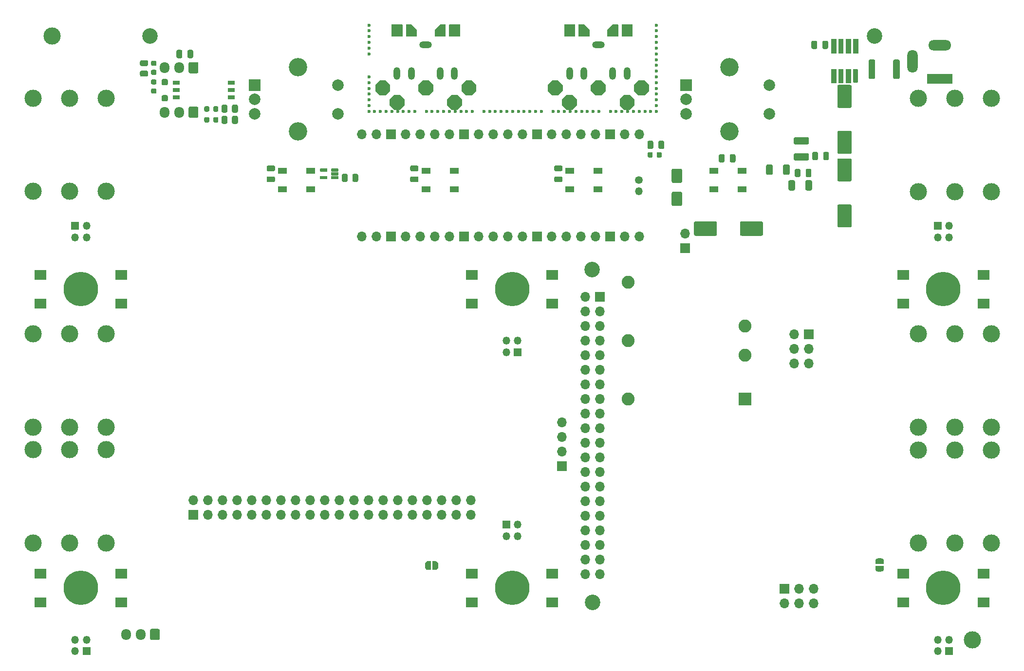
<source format=gts>
G04 #@! TF.GenerationSoftware,KiCad,Pcbnew,7.0.7-7.0.7~ubuntu23.04.1*
G04 #@! TF.CreationDate,2023-10-14T12:28:43+00:00*
G04 #@! TF.ProjectId,pedalboard-hw,70656461-6c62-46f6-9172-642d68772e6b,3.0.0-RC1*
G04 #@! TF.SameCoordinates,Original*
G04 #@! TF.FileFunction,Soldermask,Top*
G04 #@! TF.FilePolarity,Negative*
%FSLAX46Y46*%
G04 Gerber Fmt 4.6, Leading zero omitted, Abs format (unit mm)*
G04 Created by KiCad (PCBNEW 7.0.7-7.0.7~ubuntu23.04.1) date 2023-10-14 12:28:43*
%MOMM*%
%LPD*%
G01*
G04 APERTURE LIST*
%ADD10C,0.010000*%
%ADD11C,3.000000*%
%ADD12O,1.200000X2.200000*%
%ADD13O,2.200000X1.200000*%
%ADD14R,4.400000X1.800000*%
%ADD15O,4.000000X1.800000*%
%ADD16O,1.800000X4.000000*%
%ADD17C,6.000000*%
%ADD18R,1.350000X1.350000*%
%ADD19O,1.350000X1.350000*%
%ADD20R,1.500000X1.000000*%
%ADD21R,2.250000X2.250000*%
%ADD22C,2.250000*%
%ADD23C,2.700000*%
%ADD24R,1.700000X1.700000*%
%ADD25O,1.700000X1.700000*%
%ADD26C,0.600000*%
%ADD27R,2.000000X1.800000*%
%ADD28R,2.000000X2.000000*%
%ADD29C,2.000000*%
%ADD30C,3.200000*%
%ADD31R,1.300000X0.800000*%
%ADD32C,1.350000*%
%ADD33O,1.700000X1.950000*%
G04 APERTURE END LIST*
D10*
X161300000Y-25898370D02*
X160497320Y-25898370D01*
X160497320Y-23500000D01*
X161300000Y-23500000D01*
X161300000Y-25898370D01*
G36*
X161300000Y-25898370D02*
G01*
X160497320Y-25898370D01*
X160497320Y-23500000D01*
X161300000Y-23500000D01*
X161300000Y-25898370D01*
G37*
X161300000Y-31101440D02*
X160499130Y-31101440D01*
X160499130Y-28700000D01*
X161300000Y-28700000D01*
X161300000Y-31101440D01*
G36*
X161300000Y-31101440D02*
G01*
X160499130Y-31101440D01*
X160499130Y-28700000D01*
X161300000Y-28700000D01*
X161300000Y-31101440D01*
G37*
X162550000Y-25897440D02*
X161748080Y-25897440D01*
X161748080Y-23500000D01*
X162550000Y-23500000D01*
X162550000Y-25897440D01*
G36*
X162550000Y-25897440D02*
G01*
X161748080Y-25897440D01*
X161748080Y-23500000D01*
X162550000Y-23500000D01*
X162550000Y-25897440D01*
G37*
X162550000Y-31102790D02*
X161749230Y-31102790D01*
X161749230Y-28700000D01*
X162550000Y-28700000D01*
X162550000Y-31102790D01*
G36*
X162550000Y-31102790D02*
G01*
X161749230Y-31102790D01*
X161749230Y-28700000D01*
X162550000Y-28700000D01*
X162550000Y-31102790D01*
G37*
X163850000Y-25898000D02*
X163050357Y-25898000D01*
X163050357Y-23500000D01*
X163850000Y-23500000D01*
X163850000Y-25898000D01*
G36*
X163850000Y-25898000D02*
G01*
X163050357Y-25898000D01*
X163050357Y-23500000D01*
X163850000Y-23500000D01*
X163850000Y-25898000D01*
G37*
X163850000Y-31107460D02*
X163050490Y-31107460D01*
X163050490Y-28700000D01*
X163850000Y-28700000D01*
X163850000Y-31107460D01*
G36*
X163850000Y-31107460D02*
G01*
X163050490Y-31107460D01*
X163050490Y-28700000D01*
X163850000Y-28700000D01*
X163850000Y-31107460D01*
G37*
X165100000Y-25898280D02*
X164301840Y-25898280D01*
X164301840Y-23500000D01*
X165100000Y-23500000D01*
X165100000Y-25898280D01*
G36*
X165100000Y-25898280D02*
G01*
X164301840Y-25898280D01*
X164301840Y-23500000D01*
X165100000Y-23500000D01*
X165100000Y-25898280D01*
G37*
G36*
G01*
X140950000Y-44725000D02*
X140950000Y-43775000D01*
G75*
G02*
X141200000Y-43525000I250000J0D01*
G01*
X141700000Y-43525000D01*
G75*
G02*
X141950000Y-43775000I0J-250000D01*
G01*
X141950000Y-44725000D01*
G75*
G02*
X141700000Y-44975000I-250000J0D01*
G01*
X141200000Y-44975000D01*
G75*
G02*
X140950000Y-44725000I0J250000D01*
G01*
G37*
G36*
G01*
X142850000Y-44725000D02*
X142850000Y-43775000D01*
G75*
G02*
X143100000Y-43525000I250000J0D01*
G01*
X143600000Y-43525000D01*
G75*
G02*
X143850000Y-43775000I0J-250000D01*
G01*
X143850000Y-44725000D01*
G75*
G02*
X143600000Y-44975000I-250000J0D01*
G01*
X143100000Y-44975000D01*
G75*
G02*
X142850000Y-44725000I0J250000D01*
G01*
G37*
D11*
X25000000Y-23000000D03*
D12*
X125000000Y-29500000D03*
X122500000Y-29500000D03*
D13*
X120000000Y-24500000D03*
D12*
X115000000Y-29500000D03*
X117500000Y-29500000D03*
D11*
X28050000Y-50000000D03*
X28050000Y-33770000D03*
X21700000Y-50000000D03*
X21700000Y-33770000D03*
X34400000Y-50000000D03*
X34400000Y-33770000D03*
X28050000Y-111200000D03*
X28050000Y-94970000D03*
X21700000Y-111200000D03*
X21700000Y-94970000D03*
X34400000Y-111200000D03*
X34400000Y-94970000D03*
G36*
G01*
X157200000Y-44325000D02*
X157200000Y-43375000D01*
G75*
G02*
X157450000Y-43125000I250000J0D01*
G01*
X157950000Y-43125000D01*
G75*
G02*
X158200000Y-43375000I0J-250000D01*
G01*
X158200000Y-44325000D01*
G75*
G02*
X157950000Y-44575000I-250000J0D01*
G01*
X157450000Y-44575000D01*
G75*
G02*
X157200000Y-44325000I0J250000D01*
G01*
G37*
G36*
G01*
X159100000Y-44325000D02*
X159100000Y-43375000D01*
G75*
G02*
X159350000Y-43125000I250000J0D01*
G01*
X159850000Y-43125000D01*
G75*
G02*
X160100000Y-43375000I0J-250000D01*
G01*
X160100000Y-44325000D01*
G75*
G02*
X159850000Y-44575000I-250000J0D01*
G01*
X159350000Y-44575000D01*
G75*
G02*
X159100000Y-44325000I0J250000D01*
G01*
G37*
D14*
X179400000Y-30400000D03*
D15*
X179400000Y-24600000D03*
D16*
X174600000Y-27400000D03*
D17*
X30000000Y-119000000D03*
D18*
X29000000Y-56000000D03*
D19*
X31000000Y-56000000D03*
X29000000Y-58000000D03*
X31000000Y-58000000D03*
G36*
G01*
X128575000Y-43906250D02*
X128575000Y-43393750D01*
G75*
G02*
X128793750Y-43175000I218750J0D01*
G01*
X129231250Y-43175000D01*
G75*
G02*
X129450000Y-43393750I0J-218750D01*
G01*
X129450000Y-43906250D01*
G75*
G02*
X129231250Y-44125000I-218750J0D01*
G01*
X128793750Y-44125000D01*
G75*
G02*
X128575000Y-43906250I0J218750D01*
G01*
G37*
G36*
G01*
X130150000Y-43906250D02*
X130150000Y-43393750D01*
G75*
G02*
X130368750Y-43175000I218750J0D01*
G01*
X130806250Y-43175000D01*
G75*
G02*
X131025000Y-43393750I0J-218750D01*
G01*
X131025000Y-43906250D01*
G75*
G02*
X130806250Y-44125000I-218750J0D01*
G01*
X130368750Y-44125000D01*
G75*
G02*
X130150000Y-43906250I0J218750D01*
G01*
G37*
G36*
X90850000Y-115850000D02*
G01*
X90350000Y-115850000D01*
X90350000Y-115844911D01*
X90278843Y-115844911D01*
X90142292Y-115804816D01*
X90022570Y-115727875D01*
X89929373Y-115620320D01*
X89870254Y-115490866D01*
X89850000Y-115350000D01*
X89850000Y-114850000D01*
X89870254Y-114709134D01*
X89929373Y-114579680D01*
X90022570Y-114472125D01*
X90142292Y-114395184D01*
X90278843Y-114355089D01*
X90350000Y-114355089D01*
X90350000Y-114350000D01*
X90850000Y-114350000D01*
X90850000Y-115850000D01*
G37*
G36*
X91650000Y-114355089D02*
G01*
X91721157Y-114355089D01*
X91857708Y-114395184D01*
X91977430Y-114472125D01*
X92070627Y-114579680D01*
X92129746Y-114709134D01*
X92150000Y-114850000D01*
X92150000Y-115350000D01*
X92129746Y-115490866D01*
X92070627Y-115620320D01*
X91977430Y-115727875D01*
X91857708Y-115804816D01*
X91721157Y-115844911D01*
X91650000Y-115844911D01*
X91650000Y-115850000D01*
X91150000Y-115850000D01*
X91150000Y-114350000D01*
X91650000Y-114350000D01*
X91650000Y-114355089D01*
G37*
G36*
G01*
X159950000Y-24025000D02*
X159950000Y-24975000D01*
G75*
G02*
X159700000Y-25225000I-250000J0D01*
G01*
X159200000Y-25225000D01*
G75*
G02*
X158950000Y-24975000I0J250000D01*
G01*
X158950000Y-24025000D01*
G75*
G02*
X159200000Y-23775000I250000J0D01*
G01*
X159700000Y-23775000D01*
G75*
G02*
X159950000Y-24025000I0J-250000D01*
G01*
G37*
G36*
G01*
X158050000Y-24025000D02*
X158050000Y-24975000D01*
G75*
G02*
X157800000Y-25225000I-250000J0D01*
G01*
X157300000Y-25225000D01*
G75*
G02*
X157050000Y-24975000I0J250000D01*
G01*
X157050000Y-24025000D01*
G75*
G02*
X157300000Y-23775000I250000J0D01*
G01*
X157800000Y-23775000D01*
G75*
G02*
X158050000Y-24025000I0J-250000D01*
G01*
G37*
D20*
X119950000Y-49600000D03*
X119950000Y-46400000D03*
X115050000Y-46400000D03*
X115050000Y-49600000D03*
D17*
X105000000Y-67000000D03*
X30000000Y-67000000D03*
D11*
X28050000Y-91000000D03*
X28050000Y-74770000D03*
X21700000Y-91000000D03*
X21700000Y-74770000D03*
X34400000Y-91000000D03*
X34400000Y-74770000D03*
D21*
X145530000Y-86155749D03*
D22*
X145530000Y-78535749D03*
X145530000Y-73455749D03*
X125210000Y-65835749D03*
X125210000Y-75995749D03*
X125210000Y-86155749D03*
D11*
X181950000Y-94995000D03*
X181950000Y-111225000D03*
X188300000Y-94995000D03*
X188300000Y-111225000D03*
X175600000Y-94995000D03*
X175600000Y-111225000D03*
D20*
X144950000Y-49600000D03*
X144950000Y-46400000D03*
X140050000Y-46400000D03*
X140050000Y-49600000D03*
D23*
X118980000Y-121520000D03*
D18*
X181000000Y-130000000D03*
D19*
X179000000Y-130000000D03*
X181000000Y-128000000D03*
X179000000Y-128000000D03*
D24*
X49590000Y-106320000D03*
D25*
X49590000Y-103780000D03*
X52130000Y-106320000D03*
X52130000Y-103780000D03*
X54670000Y-106320000D03*
X54670000Y-103780000D03*
X57210000Y-106320000D03*
X57210000Y-103780000D03*
X59750000Y-106320000D03*
X59750000Y-103780000D03*
X62290000Y-106320000D03*
X62290000Y-103780000D03*
X64830000Y-106320000D03*
X64830000Y-103780000D03*
X67370000Y-106320000D03*
X67370000Y-103780000D03*
X69910000Y-106320000D03*
X69910000Y-103780000D03*
X72450000Y-106320000D03*
X72450000Y-103780000D03*
X74990000Y-106320000D03*
X74990000Y-103780000D03*
X77530000Y-106320000D03*
X77530000Y-103780000D03*
X80070000Y-106320000D03*
X80070000Y-103780000D03*
X82610000Y-106320000D03*
X82610000Y-103780000D03*
X85150000Y-106320000D03*
X85150000Y-103780000D03*
X87690000Y-106320000D03*
X87690000Y-103780000D03*
X90230000Y-106320000D03*
X90230000Y-103780000D03*
X92770000Y-106320000D03*
X92770000Y-103780000D03*
X95310000Y-106320000D03*
X95310000Y-103780000D03*
X97850000Y-106320000D03*
X97850000Y-103780000D03*
D26*
X80100000Y-21075000D03*
X80100000Y-22075000D03*
X80100000Y-23075000D03*
X80100000Y-24075000D03*
X80100000Y-25075000D03*
X80100000Y-26075000D03*
X80100000Y-30075000D03*
X80100000Y-31075000D03*
X80100000Y-32075000D03*
X80100000Y-33075000D03*
X80100000Y-34075000D03*
X80100000Y-35075000D03*
X80100000Y-36075000D03*
X81100000Y-36075000D03*
X82100000Y-36075000D03*
X83100000Y-36075000D03*
X84100000Y-36075000D03*
X85100000Y-36075000D03*
X86100000Y-36075000D03*
X87100000Y-36075000D03*
X88100000Y-36075000D03*
X90100000Y-36075000D03*
X91100000Y-36075000D03*
X92100000Y-36075000D03*
X93100000Y-36075000D03*
X94100000Y-36075000D03*
X95100000Y-36075000D03*
X96100000Y-36075000D03*
X97100000Y-36075000D03*
X98100000Y-36075000D03*
X100100000Y-36075000D03*
X101100000Y-36075000D03*
X102100000Y-36075000D03*
X103100000Y-36075000D03*
X104100000Y-36075000D03*
X105100000Y-36075000D03*
X106100000Y-36075000D03*
X107100000Y-36075000D03*
X108100000Y-36075000D03*
X109100000Y-36075000D03*
X110100000Y-36075000D03*
X112100000Y-36075000D03*
X113100000Y-36075000D03*
X114100000Y-36075000D03*
X115100000Y-36075000D03*
X116100000Y-36075000D03*
X117100000Y-36075000D03*
X118100000Y-36075000D03*
X119100000Y-36075000D03*
X120100000Y-36075000D03*
X122100000Y-36075000D03*
X123100000Y-36075000D03*
X124100000Y-36075000D03*
X125100000Y-36075000D03*
X126100000Y-36075000D03*
X127100000Y-36075000D03*
X128100000Y-36075000D03*
X129100000Y-36075000D03*
X130100000Y-21075000D03*
X130100000Y-22075000D03*
X130100000Y-23075000D03*
X130100000Y-24075000D03*
X130100000Y-25075000D03*
X130100000Y-26075000D03*
X130100000Y-27075000D03*
X130100000Y-28075000D03*
X130100000Y-29075000D03*
X130100000Y-30075000D03*
X130100000Y-31075000D03*
X130100000Y-32075000D03*
X130100000Y-33075000D03*
X130100000Y-34075000D03*
X130100000Y-35075000D03*
X130100000Y-36075000D03*
D18*
X31000000Y-130000000D03*
D19*
X29000000Y-130000000D03*
X31000000Y-128000000D03*
X29000000Y-128000000D03*
D27*
X98000000Y-64500000D03*
X112000000Y-64500000D03*
X98000000Y-69500000D03*
X112000000Y-69500000D03*
D11*
X185000000Y-128000000D03*
D18*
X106000000Y-78000000D03*
D19*
X104000000Y-78000000D03*
X106000000Y-76000000D03*
X104000000Y-76000000D03*
G36*
G01*
X78250000Y-47200000D02*
X78250000Y-48100000D01*
G75*
G02*
X78000000Y-48350000I-250000J0D01*
G01*
X77475000Y-48350000D01*
G75*
G02*
X77225000Y-48100000I0J250000D01*
G01*
X77225000Y-47200000D01*
G75*
G02*
X77475000Y-46950000I250000J0D01*
G01*
X78000000Y-46950000D01*
G75*
G02*
X78250000Y-47200000I0J-250000D01*
G01*
G37*
G36*
G01*
X76425000Y-47200000D02*
X76425000Y-48100000D01*
G75*
G02*
X76175000Y-48350000I-250000J0D01*
G01*
X75650000Y-48350000D01*
G75*
G02*
X75400000Y-48100000I0J250000D01*
G01*
X75400000Y-47200000D01*
G75*
G02*
X75650000Y-46950000I250000J0D01*
G01*
X76175000Y-46950000D01*
G75*
G02*
X76425000Y-47200000I0J-250000D01*
G01*
G37*
D23*
X42000000Y-23000000D03*
G36*
G01*
X154225000Y-40575000D02*
X156375000Y-40575000D01*
G75*
G02*
X156625000Y-40825000I0J-250000D01*
G01*
X156625000Y-41575000D01*
G75*
G02*
X156375000Y-41825000I-250000J0D01*
G01*
X154225000Y-41825000D01*
G75*
G02*
X153975000Y-41575000I0J250000D01*
G01*
X153975000Y-40825000D01*
G75*
G02*
X154225000Y-40575000I250000J0D01*
G01*
G37*
G36*
G01*
X154225000Y-43375000D02*
X156375000Y-43375000D01*
G75*
G02*
X156625000Y-43625000I0J-250000D01*
G01*
X156625000Y-44375000D01*
G75*
G02*
X156375000Y-44625000I-250000J0D01*
G01*
X154225000Y-44625000D01*
G75*
G02*
X153975000Y-44375000I0J250000D01*
G01*
X153975000Y-43625000D01*
G75*
G02*
X154225000Y-43375000I250000J0D01*
G01*
G37*
D11*
X181965000Y-33800000D03*
X181965000Y-50030000D03*
X188315000Y-33800000D03*
X188315000Y-50030000D03*
X175615000Y-33800000D03*
X175615000Y-50030000D03*
G36*
G01*
X49550000Y-25625000D02*
X49550000Y-26575000D01*
G75*
G02*
X49300000Y-26825000I-250000J0D01*
G01*
X48800000Y-26825000D01*
G75*
G02*
X48550000Y-26575000I0J250000D01*
G01*
X48550000Y-25625000D01*
G75*
G02*
X48800000Y-25375000I250000J0D01*
G01*
X49300000Y-25375000D01*
G75*
G02*
X49550000Y-25625000I0J-250000D01*
G01*
G37*
G36*
G01*
X47650000Y-25625000D02*
X47650000Y-26575000D01*
G75*
G02*
X47400000Y-26825000I-250000J0D01*
G01*
X46900000Y-26825000D01*
G75*
G02*
X46650000Y-26575000I0J250000D01*
G01*
X46650000Y-25625000D01*
G75*
G02*
X46900000Y-25375000I250000J0D01*
G01*
X47400000Y-25375000D01*
G75*
G02*
X47650000Y-25625000I0J-250000D01*
G01*
G37*
G36*
X111946312Y-33285921D02*
G01*
X111214079Y-32553688D01*
X111199200Y-32517767D01*
X111199200Y-31482233D01*
X111214079Y-31446312D01*
X111946312Y-30714079D01*
X111982233Y-30699200D01*
X113017767Y-30699200D01*
X113053688Y-30714079D01*
X113785921Y-31446312D01*
X113800800Y-31482233D01*
X113800800Y-32517767D01*
X113785921Y-32553688D01*
X113053688Y-33285921D01*
X113017767Y-33300800D01*
X111982233Y-33300800D01*
X111946312Y-33285921D01*
G37*
G36*
X121285921Y-32553688D02*
G01*
X120553688Y-33285921D01*
X120517767Y-33300800D01*
X119482233Y-33300800D01*
X119446312Y-33285921D01*
X118714079Y-32553688D01*
X118699200Y-32517767D01*
X118699200Y-31482233D01*
X118714079Y-31446312D01*
X119446312Y-30714079D01*
X119482233Y-30699200D01*
X120517767Y-30699200D01*
X120553688Y-30714079D01*
X121285921Y-31446312D01*
X121300800Y-31482233D01*
X121300800Y-32517767D01*
X121285921Y-32553688D01*
G37*
G36*
X126946312Y-33285921D02*
G01*
X126214079Y-32553688D01*
X126199200Y-32517767D01*
X126199200Y-31482233D01*
X126214079Y-31446312D01*
X126946312Y-30714079D01*
X126982233Y-30699200D01*
X128017767Y-30699200D01*
X128053688Y-30714079D01*
X128785921Y-31446312D01*
X128800800Y-31482233D01*
X128800800Y-32517767D01*
X128785921Y-32553688D01*
X128053688Y-33285921D01*
X128017767Y-33300800D01*
X126982233Y-33300800D01*
X126946312Y-33285921D01*
G37*
G36*
X114446312Y-35785921D02*
G01*
X113714079Y-35053688D01*
X113699200Y-35017767D01*
X113699200Y-33982233D01*
X113714079Y-33946312D01*
X114446312Y-33214079D01*
X114482233Y-33199200D01*
X115517767Y-33199200D01*
X115553688Y-33214079D01*
X116285921Y-33946312D01*
X116300800Y-33982233D01*
X116300800Y-35017767D01*
X116285921Y-35053688D01*
X115553688Y-35785921D01*
X115517767Y-35800800D01*
X114482233Y-35800800D01*
X114446312Y-35785921D01*
G37*
G36*
X124446312Y-35785921D02*
G01*
X123714079Y-35053688D01*
X123699200Y-35017767D01*
X123699200Y-33982233D01*
X123714079Y-33946312D01*
X124446312Y-33214079D01*
X124482233Y-33199200D01*
X125517767Y-33199200D01*
X125553688Y-33214079D01*
X126285921Y-33946312D01*
X126300800Y-33982233D01*
X126300800Y-35017767D01*
X126285921Y-35053688D01*
X125553688Y-35785921D01*
X125517767Y-35800800D01*
X124482233Y-35800800D01*
X124446312Y-35785921D01*
G37*
G36*
X121564079Y-23035921D02*
G01*
X121549200Y-23000000D01*
X121549200Y-21900000D01*
X121564079Y-21864079D01*
X122464079Y-20964079D01*
X122500000Y-20949200D01*
X123400000Y-20949200D01*
X123435921Y-20964079D01*
X123450800Y-21000000D01*
X123450800Y-23000000D01*
X123435921Y-23035921D01*
X123400000Y-23050800D01*
X121600000Y-23050800D01*
X121564079Y-23035921D01*
G37*
G36*
G01*
X125950800Y-21000000D02*
X125950800Y-23000000D01*
G75*
G02*
X125900000Y-23050800I-50800J0D01*
G01*
X124100000Y-23050800D01*
G75*
G02*
X124049200Y-23000000I0J50800D01*
G01*
X124049200Y-21000000D01*
G75*
G02*
X124100000Y-20949200I50800J0D01*
G01*
X125900000Y-20949200D01*
G75*
G02*
X125950800Y-21000000I0J-50800D01*
G01*
G37*
G36*
G01*
X115950800Y-21000000D02*
X115950800Y-23000000D01*
G75*
G02*
X115900000Y-23050800I-50800J0D01*
G01*
X114100000Y-23050800D01*
G75*
G02*
X114049200Y-23000000I0J50800D01*
G01*
X114049200Y-21000000D01*
G75*
G02*
X114100000Y-20949200I50800J0D01*
G01*
X115900000Y-20949200D01*
G75*
G02*
X115950800Y-21000000I0J-50800D01*
G01*
G37*
G36*
X116564079Y-23035921D02*
G01*
X116549200Y-23000000D01*
X116549200Y-21000000D01*
X116564079Y-20964079D01*
X116600000Y-20949200D01*
X117500000Y-20949200D01*
X117535921Y-20964079D01*
X118435921Y-21864079D01*
X118450800Y-21900000D01*
X118450800Y-23000000D01*
X118435921Y-23035921D01*
X118400000Y-23050800D01*
X116600000Y-23050800D01*
X116564079Y-23035921D01*
G37*
D20*
X94950000Y-49600000D03*
X94950000Y-46400000D03*
X90050000Y-46400000D03*
X90050000Y-49600000D03*
D28*
X60250000Y-31500000D03*
D29*
X60250000Y-36500000D03*
X60250000Y-34000000D03*
D30*
X67750000Y-28400000D03*
X67750000Y-39600000D03*
D29*
X74750000Y-36500000D03*
X74750000Y-31500000D03*
G36*
G01*
X62575000Y-45500000D02*
X63525000Y-45500000D01*
G75*
G02*
X63775000Y-45750000I0J-250000D01*
G01*
X63775000Y-46250000D01*
G75*
G02*
X63525000Y-46500000I-250000J0D01*
G01*
X62575000Y-46500000D01*
G75*
G02*
X62325000Y-46250000I0J250000D01*
G01*
X62325000Y-45750000D01*
G75*
G02*
X62575000Y-45500000I250000J0D01*
G01*
G37*
G36*
G01*
X62575000Y-47400000D02*
X63525000Y-47400000D01*
G75*
G02*
X63775000Y-47650000I0J-250000D01*
G01*
X63775000Y-48150000D01*
G75*
G02*
X63525000Y-48400000I-250000J0D01*
G01*
X62575000Y-48400000D01*
G75*
G02*
X62325000Y-48150000I0J250000D01*
G01*
X62325000Y-47650000D01*
G75*
G02*
X62575000Y-47400000I250000J0D01*
G01*
G37*
G36*
G01*
X161800000Y-44267500D02*
X163800000Y-44267500D01*
G75*
G02*
X164050000Y-44517500I0J-250000D01*
G01*
X164050000Y-48017500D01*
G75*
G02*
X163800000Y-48267500I-250000J0D01*
G01*
X161800000Y-48267500D01*
G75*
G02*
X161550000Y-48017500I0J250000D01*
G01*
X161550000Y-44517500D01*
G75*
G02*
X161800000Y-44267500I250000J0D01*
G01*
G37*
G36*
G01*
X161800000Y-52267500D02*
X163800000Y-52267500D01*
G75*
G02*
X164050000Y-52517500I0J-250000D01*
G01*
X164050000Y-56017500D01*
G75*
G02*
X163800000Y-56267500I-250000J0D01*
G01*
X161800000Y-56267500D01*
G75*
G02*
X161550000Y-56017500I0J250000D01*
G01*
X161550000Y-52517500D01*
G75*
G02*
X161800000Y-52267500I250000J0D01*
G01*
G37*
D18*
X179000000Y-56000000D03*
D19*
X181000000Y-56000000D03*
X179000000Y-58000000D03*
X181000000Y-58000000D03*
D17*
X180000000Y-67000000D03*
G36*
G01*
X40550000Y-27175000D02*
X41450000Y-27175000D01*
G75*
G02*
X41700000Y-27425000I0J-250000D01*
G01*
X41700000Y-27950000D01*
G75*
G02*
X41450000Y-28200000I-250000J0D01*
G01*
X40550000Y-28200000D01*
G75*
G02*
X40300000Y-27950000I0J250000D01*
G01*
X40300000Y-27425000D01*
G75*
G02*
X40550000Y-27175000I250000J0D01*
G01*
G37*
G36*
G01*
X40550000Y-29000000D02*
X41450000Y-29000000D01*
G75*
G02*
X41700000Y-29250000I0J-250000D01*
G01*
X41700000Y-29775000D01*
G75*
G02*
X41450000Y-30025000I-250000J0D01*
G01*
X40550000Y-30025000D01*
G75*
G02*
X40300000Y-29775000I0J250000D01*
G01*
X40300000Y-29250000D01*
G75*
G02*
X40550000Y-29000000I250000J0D01*
G01*
G37*
G36*
G01*
X136625000Y-57475000D02*
X136625000Y-55475000D01*
G75*
G02*
X136875000Y-55225000I250000J0D01*
G01*
X140375000Y-55225000D01*
G75*
G02*
X140625000Y-55475000I0J-250000D01*
G01*
X140625000Y-57475000D01*
G75*
G02*
X140375000Y-57725000I-250000J0D01*
G01*
X136875000Y-57725000D01*
G75*
G02*
X136625000Y-57475000I0J250000D01*
G01*
G37*
G36*
G01*
X144625000Y-57475000D02*
X144625000Y-55475000D01*
G75*
G02*
X144875000Y-55225000I250000J0D01*
G01*
X148375000Y-55225000D01*
G75*
G02*
X148625000Y-55475000I0J-250000D01*
G01*
X148625000Y-57475000D01*
G75*
G02*
X148375000Y-57725000I-250000J0D01*
G01*
X144875000Y-57725000D01*
G75*
G02*
X144625000Y-57475000I0J250000D01*
G01*
G37*
D20*
X69950000Y-49600000D03*
X69950000Y-46400000D03*
X65050000Y-46400000D03*
X65050000Y-49600000D03*
G36*
G01*
X87525000Y-45500000D02*
X88475000Y-45500000D01*
G75*
G02*
X88725000Y-45750000I0J-250000D01*
G01*
X88725000Y-46250000D01*
G75*
G02*
X88475000Y-46500000I-250000J0D01*
G01*
X87525000Y-46500000D01*
G75*
G02*
X87275000Y-46250000I0J250000D01*
G01*
X87275000Y-45750000D01*
G75*
G02*
X87525000Y-45500000I250000J0D01*
G01*
G37*
G36*
G01*
X87525000Y-47400000D02*
X88475000Y-47400000D01*
G75*
G02*
X88725000Y-47650000I0J-250000D01*
G01*
X88725000Y-48150000D01*
G75*
G02*
X88475000Y-48400000I-250000J0D01*
G01*
X87525000Y-48400000D01*
G75*
G02*
X87275000Y-48150000I0J250000D01*
G01*
X87275000Y-47650000D01*
G75*
G02*
X87525000Y-47400000I250000J0D01*
G01*
G37*
G36*
G01*
X164303000Y-31000000D02*
X164303000Y-28800000D01*
G75*
G02*
X164405000Y-28698000I102000J0D01*
G01*
X165005000Y-28698000D01*
G75*
G02*
X165107000Y-28800000I0J-102000D01*
G01*
X165107000Y-31000000D01*
G75*
G02*
X165005000Y-31102000I-102000J0D01*
G01*
X164405000Y-31102000D01*
G75*
G02*
X164303000Y-31000000I0J102000D01*
G01*
G37*
D11*
X181950000Y-74780000D03*
X181950000Y-91010000D03*
X188300000Y-74780000D03*
X188300000Y-91010000D03*
X175600000Y-74780000D03*
X175600000Y-91010000D03*
D17*
X105000000Y-119000000D03*
G36*
X169650000Y-115150000D02*
G01*
X169650000Y-115650000D01*
X169644911Y-115650000D01*
X169644911Y-115721157D01*
X169604816Y-115857708D01*
X169527875Y-115977430D01*
X169420320Y-116070627D01*
X169290866Y-116129746D01*
X169150000Y-116150000D01*
X168650000Y-116150000D01*
X168509134Y-116129746D01*
X168379680Y-116070627D01*
X168272125Y-115977430D01*
X168195184Y-115857708D01*
X168155089Y-115721157D01*
X168155089Y-115650000D01*
X168150000Y-115650000D01*
X168150000Y-115150000D01*
X169650000Y-115150000D01*
G37*
G36*
X168155089Y-114350000D02*
G01*
X168155089Y-114278843D01*
X168195184Y-114142292D01*
X168272125Y-114022570D01*
X168379680Y-113929373D01*
X168509134Y-113870254D01*
X168650000Y-113850000D01*
X169150000Y-113850000D01*
X169290866Y-113870254D01*
X169420320Y-113929373D01*
X169527875Y-114022570D01*
X169604816Y-114142292D01*
X169644911Y-114278843D01*
X169644911Y-114350000D01*
X169650000Y-114350000D01*
X169650000Y-114850000D01*
X168150000Y-114850000D01*
X168150000Y-114350000D01*
X168155089Y-114350000D01*
G37*
D27*
X23000000Y-64500000D03*
X37000000Y-64500000D03*
X23000000Y-69500000D03*
X37000000Y-69500000D03*
G36*
G01*
X128550000Y-42375000D02*
X128550000Y-41425000D01*
G75*
G02*
X128800000Y-41175000I250000J0D01*
G01*
X129300000Y-41175000D01*
G75*
G02*
X129550000Y-41425000I0J-250000D01*
G01*
X129550000Y-42375000D01*
G75*
G02*
X129300000Y-42625000I-250000J0D01*
G01*
X128800000Y-42625000D01*
G75*
G02*
X128550000Y-42375000I0J250000D01*
G01*
G37*
G36*
G01*
X130450000Y-42375000D02*
X130450000Y-41425000D01*
G75*
G02*
X130700000Y-41175000I250000J0D01*
G01*
X131200000Y-41175000D01*
G75*
G02*
X131450000Y-41425000I0J-250000D01*
G01*
X131450000Y-42375000D01*
G75*
G02*
X131200000Y-42625000I-250000J0D01*
G01*
X130700000Y-42625000D01*
G75*
G02*
X130450000Y-42375000I0J250000D01*
G01*
G37*
D31*
X46650000Y-31130000D03*
X46650000Y-32400000D03*
X46650000Y-33670000D03*
X56150000Y-33670000D03*
X56150000Y-32400000D03*
X56150000Y-31130000D03*
G36*
G01*
X57325000Y-35162500D02*
X57325000Y-36062500D01*
G75*
G02*
X57075000Y-36312500I-250000J0D01*
G01*
X56550000Y-36312500D01*
G75*
G02*
X56300000Y-36062500I0J250000D01*
G01*
X56300000Y-35162500D01*
G75*
G02*
X56550000Y-34912500I250000J0D01*
G01*
X57075000Y-34912500D01*
G75*
G02*
X57325000Y-35162500I0J-250000D01*
G01*
G37*
G36*
G01*
X55500000Y-35162500D02*
X55500000Y-36062500D01*
G75*
G02*
X55250000Y-36312500I-250000J0D01*
G01*
X54725000Y-36312500D01*
G75*
G02*
X54475000Y-36062500I0J250000D01*
G01*
X54475000Y-35162500D01*
G75*
G02*
X54725000Y-34912500I250000J0D01*
G01*
X55250000Y-34912500D01*
G75*
G02*
X55500000Y-35162500I0J-250000D01*
G01*
G37*
G36*
G01*
X161800000Y-31467500D02*
X163800000Y-31467500D01*
G75*
G02*
X164050000Y-31717500I0J-250000D01*
G01*
X164050000Y-35217500D01*
G75*
G02*
X163800000Y-35467500I-250000J0D01*
G01*
X161800000Y-35467500D01*
G75*
G02*
X161550000Y-35217500I0J250000D01*
G01*
X161550000Y-31717500D01*
G75*
G02*
X161800000Y-31467500I250000J0D01*
G01*
G37*
G36*
G01*
X161800000Y-39467500D02*
X163800000Y-39467500D01*
G75*
G02*
X164050000Y-39717500I0J-250000D01*
G01*
X164050000Y-43217500D01*
G75*
G02*
X163800000Y-43467500I-250000J0D01*
G01*
X161800000Y-43467500D01*
G75*
G02*
X161550000Y-43217500I0J250000D01*
G01*
X161550000Y-39717500D01*
G75*
G02*
X161800000Y-39467500I250000J0D01*
G01*
G37*
D18*
X104000000Y-108000000D03*
D19*
X106000000Y-108000000D03*
X104000000Y-110000000D03*
X106000000Y-110000000D03*
G36*
G01*
X54475000Y-38000000D02*
X54475000Y-37100000D01*
G75*
G02*
X54725000Y-36850000I250000J0D01*
G01*
X55250000Y-36850000D01*
G75*
G02*
X55500000Y-37100000I0J-250000D01*
G01*
X55500000Y-38000000D01*
G75*
G02*
X55250000Y-38250000I-250000J0D01*
G01*
X54725000Y-38250000D01*
G75*
G02*
X54475000Y-38000000I0J250000D01*
G01*
G37*
G36*
G01*
X56300000Y-38000000D02*
X56300000Y-37100000D01*
G75*
G02*
X56550000Y-36850000I250000J0D01*
G01*
X57075000Y-36850000D01*
G75*
G02*
X57325000Y-37100000I0J-250000D01*
G01*
X57325000Y-38000000D01*
G75*
G02*
X57075000Y-38250000I-250000J0D01*
G01*
X56550000Y-38250000D01*
G75*
G02*
X56300000Y-38000000I0J250000D01*
G01*
G37*
G36*
G01*
X42956250Y-29725000D02*
X42443750Y-29725000D01*
G75*
G02*
X42225000Y-29506250I0J218750D01*
G01*
X42225000Y-29068750D01*
G75*
G02*
X42443750Y-28850000I218750J0D01*
G01*
X42956250Y-28850000D01*
G75*
G02*
X43175000Y-29068750I0J-218750D01*
G01*
X43175000Y-29506250D01*
G75*
G02*
X42956250Y-29725000I-218750J0D01*
G01*
G37*
G36*
G01*
X42956250Y-28150000D02*
X42443750Y-28150000D01*
G75*
G02*
X42225000Y-27931250I0J218750D01*
G01*
X42225000Y-27493750D01*
G75*
G02*
X42443750Y-27275000I218750J0D01*
G01*
X42956250Y-27275000D01*
G75*
G02*
X43175000Y-27493750I0J-218750D01*
G01*
X43175000Y-27931250D01*
G75*
G02*
X42956250Y-28150000I-218750J0D01*
G01*
G37*
G36*
G01*
X157150000Y-48300000D02*
X157150000Y-49600000D01*
G75*
G02*
X156900000Y-49850000I-250000J0D01*
G01*
X156250000Y-49850000D01*
G75*
G02*
X156000000Y-49600000I0J250000D01*
G01*
X156000000Y-48300000D01*
G75*
G02*
X156250000Y-48050000I250000J0D01*
G01*
X156900000Y-48050000D01*
G75*
G02*
X157150000Y-48300000I0J-250000D01*
G01*
G37*
G36*
G01*
X154200000Y-48300000D02*
X154200000Y-49600000D01*
G75*
G02*
X153950000Y-49850000I-250000J0D01*
G01*
X153300000Y-49850000D01*
G75*
G02*
X153050000Y-49600000I0J250000D01*
G01*
X153050000Y-48300000D01*
G75*
G02*
X153300000Y-48050000I250000J0D01*
G01*
X153950000Y-48050000D01*
G75*
G02*
X154200000Y-48300000I0J-250000D01*
G01*
G37*
G36*
G01*
X44300000Y-30450000D02*
X44900000Y-30450000D01*
G75*
G02*
X45150000Y-30700000I0J-250000D01*
G01*
X45150000Y-31300000D01*
G75*
G02*
X44900000Y-31550000I-250000J0D01*
G01*
X44300000Y-31550000D01*
G75*
G02*
X44050000Y-31300000I0J250000D01*
G01*
X44050000Y-30700000D01*
G75*
G02*
X44300000Y-30450000I250000J0D01*
G01*
G37*
G36*
G01*
X44300000Y-33250000D02*
X44900000Y-33250000D01*
G75*
G02*
X45150000Y-33500000I0J-250000D01*
G01*
X45150000Y-34100000D01*
G75*
G02*
X44900000Y-34350000I-250000J0D01*
G01*
X44300000Y-34350000D01*
G75*
G02*
X44050000Y-34100000I0J250000D01*
G01*
X44050000Y-33500000D01*
G75*
G02*
X44300000Y-33250000I250000J0D01*
G01*
G37*
G36*
G01*
X112575000Y-45500000D02*
X113525000Y-45500000D01*
G75*
G02*
X113775000Y-45750000I0J-250000D01*
G01*
X113775000Y-46250000D01*
G75*
G02*
X113525000Y-46500000I-250000J0D01*
G01*
X112575000Y-46500000D01*
G75*
G02*
X112325000Y-46250000I0J250000D01*
G01*
X112325000Y-45750000D01*
G75*
G02*
X112575000Y-45500000I250000J0D01*
G01*
G37*
G36*
G01*
X112575000Y-47400000D02*
X113525000Y-47400000D01*
G75*
G02*
X113775000Y-47650000I0J-250000D01*
G01*
X113775000Y-48150000D01*
G75*
G02*
X113525000Y-48400000I-250000J0D01*
G01*
X112575000Y-48400000D01*
G75*
G02*
X112325000Y-48150000I0J250000D01*
G01*
X112325000Y-47650000D01*
G75*
G02*
X112575000Y-47400000I250000J0D01*
G01*
G37*
G36*
G01*
X42443750Y-30525000D02*
X42956250Y-30525000D01*
G75*
G02*
X43175000Y-30743750I0J-218750D01*
G01*
X43175000Y-31181250D01*
G75*
G02*
X42956250Y-31400000I-218750J0D01*
G01*
X42443750Y-31400000D01*
G75*
G02*
X42225000Y-31181250I0J218750D01*
G01*
X42225000Y-30743750D01*
G75*
G02*
X42443750Y-30525000I218750J0D01*
G01*
G37*
G36*
G01*
X42443750Y-32100000D02*
X42956250Y-32100000D01*
G75*
G02*
X43175000Y-32318750I0J-218750D01*
G01*
X43175000Y-32756250D01*
G75*
G02*
X42956250Y-32975000I-218750J0D01*
G01*
X42443750Y-32975000D01*
G75*
G02*
X42225000Y-32756250I0J218750D01*
G01*
X42225000Y-32318750D01*
G75*
G02*
X42443750Y-32100000I218750J0D01*
G01*
G37*
G36*
G01*
X172400000Y-27300000D02*
X172400000Y-30200000D01*
G75*
G02*
X172150000Y-30450000I-250000J0D01*
G01*
X171525000Y-30450000D01*
G75*
G02*
X171275000Y-30200000I0J250000D01*
G01*
X171275000Y-27300000D01*
G75*
G02*
X171525000Y-27050000I250000J0D01*
G01*
X172150000Y-27050000D01*
G75*
G02*
X172400000Y-27300000I0J-250000D01*
G01*
G37*
G36*
G01*
X168125000Y-27300000D02*
X168125000Y-30200000D01*
G75*
G02*
X167875000Y-30450000I-250000J0D01*
G01*
X167250000Y-30450000D01*
G75*
G02*
X167000000Y-30200000I0J250000D01*
G01*
X167000000Y-27300000D01*
G75*
G02*
X167250000Y-27050000I250000J0D01*
G01*
X167875000Y-27050000D01*
G75*
G02*
X168125000Y-27300000I0J-250000D01*
G01*
G37*
D23*
X118900000Y-63565600D03*
G36*
G01*
X157050000Y-46325000D02*
X157050000Y-47275000D01*
G75*
G02*
X156800000Y-47525000I-250000J0D01*
G01*
X156300000Y-47525000D01*
G75*
G02*
X156050000Y-47275000I0J250000D01*
G01*
X156050000Y-46325000D01*
G75*
G02*
X156300000Y-46075000I250000J0D01*
G01*
X156800000Y-46075000D01*
G75*
G02*
X157050000Y-46325000I0J-250000D01*
G01*
G37*
G36*
G01*
X155150000Y-46325000D02*
X155150000Y-47275000D01*
G75*
G02*
X154900000Y-47525000I-250000J0D01*
G01*
X154400000Y-47525000D01*
G75*
G02*
X154150000Y-47275000I0J250000D01*
G01*
X154150000Y-46325000D01*
G75*
G02*
X154400000Y-46075000I250000J0D01*
G01*
X154900000Y-46075000D01*
G75*
G02*
X155150000Y-46325000I0J-250000D01*
G01*
G37*
D27*
X173000000Y-116500000D03*
X187000000Y-116500000D03*
X173000000Y-121500000D03*
X187000000Y-121500000D03*
D17*
X180000000Y-119000000D03*
D27*
X173000000Y-64500000D03*
X187000000Y-64500000D03*
X173000000Y-69500000D03*
X187000000Y-69500000D03*
X23000000Y-116500000D03*
X37000000Y-116500000D03*
X23000000Y-121500000D03*
X37000000Y-121500000D03*
D23*
X168000000Y-23000000D03*
G36*
G01*
X51475000Y-37806250D02*
X51475000Y-37293750D01*
G75*
G02*
X51693750Y-37075000I218750J0D01*
G01*
X52131250Y-37075000D01*
G75*
G02*
X52350000Y-37293750I0J-218750D01*
G01*
X52350000Y-37806250D01*
G75*
G02*
X52131250Y-38025000I-218750J0D01*
G01*
X51693750Y-38025000D01*
G75*
G02*
X51475000Y-37806250I0J218750D01*
G01*
G37*
G36*
G01*
X53050000Y-37806250D02*
X53050000Y-37293750D01*
G75*
G02*
X53268750Y-37075000I218750J0D01*
G01*
X53706250Y-37075000D01*
G75*
G02*
X53925000Y-37293750I0J-218750D01*
G01*
X53925000Y-37806250D01*
G75*
G02*
X53706250Y-38025000I-218750J0D01*
G01*
X53268750Y-38025000D01*
G75*
G02*
X53050000Y-37806250I0J218750D01*
G01*
G37*
G36*
G01*
X74826000Y-47432600D02*
X74826000Y-47788200D01*
G75*
G02*
X74724000Y-47890200I-102000J0D01*
G01*
X73606400Y-47890200D01*
G75*
G02*
X73504400Y-47788200I0J102000D01*
G01*
X73504400Y-47432600D01*
G75*
G02*
X73606400Y-47330600I102000J0D01*
G01*
X74724000Y-47330600D01*
G75*
G02*
X74826000Y-47432600I0J-102000D01*
G01*
G37*
G36*
G01*
X74826000Y-46772200D02*
X74826000Y-47127800D01*
G75*
G02*
X74724000Y-47229800I-102000J0D01*
G01*
X73606400Y-47229800D01*
G75*
G02*
X73504400Y-47127800I0J102000D01*
G01*
X73504400Y-46772200D01*
G75*
G02*
X73606400Y-46670200I102000J0D01*
G01*
X74724000Y-46670200D01*
G75*
G02*
X74826000Y-46772200I0J-102000D01*
G01*
G37*
G36*
G01*
X74826000Y-46111800D02*
X74826000Y-46467400D01*
G75*
G02*
X74724000Y-46569400I-102000J0D01*
G01*
X73606400Y-46569400D01*
G75*
G02*
X73504400Y-46467400I0J102000D01*
G01*
X73504400Y-46111800D01*
G75*
G02*
X73606400Y-46009800I102000J0D01*
G01*
X74724000Y-46009800D01*
G75*
G02*
X74826000Y-46111800I0J-102000D01*
G01*
G37*
G36*
G01*
X72895600Y-46111800D02*
X72895600Y-46467400D01*
G75*
G02*
X72793600Y-46569400I-102000J0D01*
G01*
X71676000Y-46569400D01*
G75*
G02*
X71574000Y-46467400I0J102000D01*
G01*
X71574000Y-46111800D01*
G75*
G02*
X71676000Y-46009800I102000J0D01*
G01*
X72793600Y-46009800D01*
G75*
G02*
X72895600Y-46111800I0J-102000D01*
G01*
G37*
G36*
G01*
X72895600Y-47432600D02*
X72895600Y-47788200D01*
G75*
G02*
X72793600Y-47890200I-102000J0D01*
G01*
X71676000Y-47890200D01*
G75*
G02*
X71574000Y-47788200I0J102000D01*
G01*
X71574000Y-47432600D01*
G75*
G02*
X71676000Y-47330600I102000J0D01*
G01*
X72793600Y-47330600D01*
G75*
G02*
X72895600Y-47432600I0J-102000D01*
G01*
G37*
D28*
X135250000Y-31500000D03*
D29*
X135250000Y-36500000D03*
X135250000Y-34000000D03*
D30*
X142750000Y-28400000D03*
X142750000Y-39600000D03*
D29*
X149750000Y-36500000D03*
X149750000Y-31500000D03*
D27*
X98000000Y-116500000D03*
X112000000Y-116500000D03*
X98000000Y-121500000D03*
X112000000Y-121500000D03*
G36*
G01*
X149175000Y-46875000D02*
X149175000Y-45575000D01*
G75*
G02*
X149425000Y-45325000I250000J0D01*
G01*
X150075000Y-45325000D01*
G75*
G02*
X150325000Y-45575000I0J-250000D01*
G01*
X150325000Y-46875000D01*
G75*
G02*
X150075000Y-47125000I-250000J0D01*
G01*
X149425000Y-47125000D01*
G75*
G02*
X149175000Y-46875000I0J250000D01*
G01*
G37*
G36*
G01*
X152125000Y-46875000D02*
X152125000Y-45575000D01*
G75*
G02*
X152375000Y-45325000I250000J0D01*
G01*
X153025000Y-45325000D01*
G75*
G02*
X153275000Y-45575000I0J-250000D01*
G01*
X153275000Y-46875000D01*
G75*
G02*
X153025000Y-47125000I-250000J0D01*
G01*
X152375000Y-47125000D01*
G75*
G02*
X152125000Y-46875000I0J250000D01*
G01*
G37*
G36*
X81946312Y-33285921D02*
G01*
X81214079Y-32553688D01*
X81199200Y-32517767D01*
X81199200Y-31482233D01*
X81214079Y-31446312D01*
X81946312Y-30714079D01*
X81982233Y-30699200D01*
X83017767Y-30699200D01*
X83053688Y-30714079D01*
X83785921Y-31446312D01*
X83800800Y-31482233D01*
X83800800Y-32517767D01*
X83785921Y-32553688D01*
X83053688Y-33285921D01*
X83017767Y-33300800D01*
X81982233Y-33300800D01*
X81946312Y-33285921D01*
G37*
G36*
X91285921Y-32553688D02*
G01*
X90553688Y-33285921D01*
X90517767Y-33300800D01*
X89482233Y-33300800D01*
X89446312Y-33285921D01*
X88714079Y-32553688D01*
X88699200Y-32517767D01*
X88699200Y-31482233D01*
X88714079Y-31446312D01*
X89446312Y-30714079D01*
X89482233Y-30699200D01*
X90517767Y-30699200D01*
X90553688Y-30714079D01*
X91285921Y-31446312D01*
X91300800Y-31482233D01*
X91300800Y-32517767D01*
X91285921Y-32553688D01*
G37*
G36*
X96946312Y-33285921D02*
G01*
X96214079Y-32553688D01*
X96199200Y-32517767D01*
X96199200Y-31482233D01*
X96214079Y-31446312D01*
X96946312Y-30714079D01*
X96982233Y-30699200D01*
X98017767Y-30699200D01*
X98053688Y-30714079D01*
X98785921Y-31446312D01*
X98800800Y-31482233D01*
X98800800Y-32517767D01*
X98785921Y-32553688D01*
X98053688Y-33285921D01*
X98017767Y-33300800D01*
X96982233Y-33300800D01*
X96946312Y-33285921D01*
G37*
G36*
X84446312Y-35785921D02*
G01*
X83714079Y-35053688D01*
X83699200Y-35017767D01*
X83699200Y-33982233D01*
X83714079Y-33946312D01*
X84446312Y-33214079D01*
X84482233Y-33199200D01*
X85517767Y-33199200D01*
X85553688Y-33214079D01*
X86285921Y-33946312D01*
X86300800Y-33982233D01*
X86300800Y-35017767D01*
X86285921Y-35053688D01*
X85553688Y-35785921D01*
X85517767Y-35800800D01*
X84482233Y-35800800D01*
X84446312Y-35785921D01*
G37*
G36*
X94446312Y-35785921D02*
G01*
X93714079Y-35053688D01*
X93699200Y-35017767D01*
X93699200Y-33982233D01*
X93714079Y-33946312D01*
X94446312Y-33214079D01*
X94482233Y-33199200D01*
X95517767Y-33199200D01*
X95553688Y-33214079D01*
X96285921Y-33946312D01*
X96300800Y-33982233D01*
X96300800Y-35017767D01*
X96285921Y-35053688D01*
X95553688Y-35785921D01*
X95517767Y-35800800D01*
X94482233Y-35800800D01*
X94446312Y-35785921D01*
G37*
G36*
X91564079Y-23035921D02*
G01*
X91549200Y-23000000D01*
X91549200Y-21900000D01*
X91564079Y-21864079D01*
X92464079Y-20964079D01*
X92500000Y-20949200D01*
X93400000Y-20949200D01*
X93435921Y-20964079D01*
X93450800Y-21000000D01*
X93450800Y-23000000D01*
X93435921Y-23035921D01*
X93400000Y-23050800D01*
X91600000Y-23050800D01*
X91564079Y-23035921D01*
G37*
G36*
G01*
X95950800Y-21000000D02*
X95950800Y-23000000D01*
G75*
G02*
X95900000Y-23050800I-50800J0D01*
G01*
X94100000Y-23050800D01*
G75*
G02*
X94049200Y-23000000I0J50800D01*
G01*
X94049200Y-21000000D01*
G75*
G02*
X94100000Y-20949200I50800J0D01*
G01*
X95900000Y-20949200D01*
G75*
G02*
X95950800Y-21000000I0J-50800D01*
G01*
G37*
G36*
G01*
X85950800Y-21000000D02*
X85950800Y-23000000D01*
G75*
G02*
X85900000Y-23050800I-50800J0D01*
G01*
X84100000Y-23050800D01*
G75*
G02*
X84049200Y-23000000I0J50800D01*
G01*
X84049200Y-21000000D01*
G75*
G02*
X84100000Y-20949200I50800J0D01*
G01*
X85900000Y-20949200D01*
G75*
G02*
X85950800Y-21000000I0J-50800D01*
G01*
G37*
G36*
X86564079Y-23035921D02*
G01*
X86549200Y-23000000D01*
X86549200Y-21000000D01*
X86564079Y-20964079D01*
X86600000Y-20949200D01*
X87500000Y-20949200D01*
X87535921Y-20964079D01*
X88435921Y-21864079D01*
X88450800Y-21900000D01*
X88450800Y-23000000D01*
X88435921Y-23035921D01*
X88400000Y-23050800D01*
X86600000Y-23050800D01*
X86564079Y-23035921D01*
G37*
G36*
G01*
X133000000Y-46050000D02*
X134300000Y-46050000D01*
G75*
G02*
X134550000Y-46300000I0J-250000D01*
G01*
X134550000Y-48300000D01*
G75*
G02*
X134300000Y-48550000I-250000J0D01*
G01*
X133000000Y-48550000D01*
G75*
G02*
X132750000Y-48300000I0J250000D01*
G01*
X132750000Y-46300000D01*
G75*
G02*
X133000000Y-46050000I250000J0D01*
G01*
G37*
G36*
G01*
X133000000Y-50050000D02*
X134300000Y-50050000D01*
G75*
G02*
X134550000Y-50300000I0J-250000D01*
G01*
X134550000Y-52300000D01*
G75*
G02*
X134300000Y-52550000I-250000J0D01*
G01*
X133000000Y-52550000D01*
G75*
G02*
X132750000Y-52300000I0J250000D01*
G01*
X132750000Y-50300000D01*
G75*
G02*
X133000000Y-50050000I250000J0D01*
G01*
G37*
G36*
G01*
X51475000Y-35918750D02*
X51475000Y-35406250D01*
G75*
G02*
X51693750Y-35187500I218750J0D01*
G01*
X52131250Y-35187500D01*
G75*
G02*
X52350000Y-35406250I0J-218750D01*
G01*
X52350000Y-35918750D01*
G75*
G02*
X52131250Y-36137500I-218750J0D01*
G01*
X51693750Y-36137500D01*
G75*
G02*
X51475000Y-35918750I0J218750D01*
G01*
G37*
G36*
G01*
X53050000Y-35918750D02*
X53050000Y-35406250D01*
G75*
G02*
X53268750Y-35187500I218750J0D01*
G01*
X53706250Y-35187500D01*
G75*
G02*
X53925000Y-35406250I0J-218750D01*
G01*
X53925000Y-35918750D01*
G75*
G02*
X53706250Y-36137500I-218750J0D01*
G01*
X53268750Y-36137500D01*
G75*
G02*
X53050000Y-35918750I0J218750D01*
G01*
G37*
D12*
X94994500Y-29500000D03*
X92494500Y-29500000D03*
D13*
X89994500Y-24500000D03*
D12*
X84994500Y-29500000D03*
X87494500Y-29500000D03*
D24*
X113625000Y-97780000D03*
D25*
X113625000Y-95240000D03*
X113625000Y-92700000D03*
X113625000Y-90160000D03*
D24*
X135075000Y-59850000D03*
D25*
X135075000Y-57310000D03*
D32*
X127000000Y-48000000D03*
D19*
X127000000Y-50000000D03*
D25*
X127130000Y-57890000D03*
X124590000Y-57890000D03*
D24*
X122050000Y-57890000D03*
D25*
X119510000Y-57890000D03*
X116970000Y-57890000D03*
X114430000Y-57890000D03*
X111890000Y-57890000D03*
D24*
X109350000Y-57890000D03*
D25*
X106810000Y-57890000D03*
X104270000Y-57890000D03*
X101730000Y-57890000D03*
X99190000Y-57890000D03*
D24*
X96650000Y-57890000D03*
D25*
X94110000Y-57890000D03*
X91570000Y-57890000D03*
X89030000Y-57890000D03*
X86490000Y-57890000D03*
D24*
X83950000Y-57890000D03*
D25*
X81410000Y-57890000D03*
X78870000Y-57890000D03*
X78870000Y-40110000D03*
X81410000Y-40110000D03*
D24*
X83950000Y-40110000D03*
D25*
X86490000Y-40110000D03*
X89030000Y-40110000D03*
X91570000Y-40110000D03*
X94110000Y-40110000D03*
D24*
X96650000Y-40110000D03*
D25*
X99190000Y-40110000D03*
X101730000Y-40110000D03*
X104270000Y-40110000D03*
X106810000Y-40110000D03*
D24*
X109350000Y-40110000D03*
D25*
X111890000Y-40110000D03*
X114430000Y-40110000D03*
X116970000Y-40110000D03*
X119510000Y-40110000D03*
D24*
X122050000Y-40110000D03*
D25*
X124590000Y-40110000D03*
X127130000Y-40110000D03*
G36*
G01*
X50450000Y-27750000D02*
X50450000Y-29200000D01*
G75*
G02*
X50200000Y-29450000I-250000J0D01*
G01*
X49000000Y-29450000D01*
G75*
G02*
X48750000Y-29200000I0J250000D01*
G01*
X48750000Y-27750000D01*
G75*
G02*
X49000000Y-27500000I250000J0D01*
G01*
X50200000Y-27500000D01*
G75*
G02*
X50450000Y-27750000I0J-250000D01*
G01*
G37*
D33*
X47100000Y-28475000D03*
X44600000Y-28475000D03*
G36*
G01*
X43750000Y-126375000D02*
X43750000Y-127825000D01*
G75*
G02*
X43500000Y-128075000I-250000J0D01*
G01*
X42300000Y-128075000D01*
G75*
G02*
X42050000Y-127825000I0J250000D01*
G01*
X42050000Y-126375000D01*
G75*
G02*
X42300000Y-126125000I250000J0D01*
G01*
X43500000Y-126125000D01*
G75*
G02*
X43750000Y-126375000I0J-250000D01*
G01*
G37*
X40400000Y-127100000D03*
X37900000Y-127100000D03*
D24*
X120250000Y-68375600D03*
D25*
X117710000Y-68375600D03*
X120250000Y-70915600D03*
X117710000Y-70915600D03*
X120250000Y-73455600D03*
X117710000Y-73455600D03*
X120250000Y-75995600D03*
X117710000Y-75995600D03*
X120250000Y-78535600D03*
X117710000Y-78535600D03*
X120250000Y-81075600D03*
X117710000Y-81075600D03*
X120250000Y-83615600D03*
X117710000Y-83615600D03*
X120250000Y-86155600D03*
X117710000Y-86155600D03*
X120250000Y-88695600D03*
X117710000Y-88695600D03*
X120250000Y-91235600D03*
X117710000Y-91235600D03*
X120250000Y-93775600D03*
X117710000Y-93775600D03*
X120250000Y-96315600D03*
X117710000Y-96315600D03*
X120250000Y-98855600D03*
X117710000Y-98855600D03*
X120250000Y-101395600D03*
X117710000Y-101395600D03*
X120250000Y-103935600D03*
X117710000Y-103935600D03*
X120250000Y-106475600D03*
X117710000Y-106475600D03*
X120250000Y-109015600D03*
X117710000Y-109015600D03*
X120250000Y-111555600D03*
X117710000Y-111555600D03*
X120250000Y-114095600D03*
X117710000Y-114095600D03*
X120250000Y-116635600D03*
X117710000Y-116635600D03*
D24*
X156555000Y-74845600D03*
D25*
X154015000Y-74845600D03*
X156555000Y-77385600D03*
X154015000Y-77385600D03*
X156555000Y-79925600D03*
X154015000Y-79925600D03*
D24*
X152380000Y-119150600D03*
D25*
X152380000Y-121690600D03*
X154920000Y-119150600D03*
X154920000Y-121690600D03*
X157460000Y-119150600D03*
X157460000Y-121690600D03*
G36*
G01*
X50450000Y-35500000D02*
X50450000Y-36950000D01*
G75*
G02*
X50200000Y-37200000I-250000J0D01*
G01*
X49000000Y-37200000D01*
G75*
G02*
X48750000Y-36950000I0J250000D01*
G01*
X48750000Y-35500000D01*
G75*
G02*
X49000000Y-35250000I250000J0D01*
G01*
X50200000Y-35250000D01*
G75*
G02*
X50450000Y-35500000I0J-250000D01*
G01*
G37*
D33*
X47100000Y-36225000D03*
X44600000Y-36225000D03*
M02*

</source>
